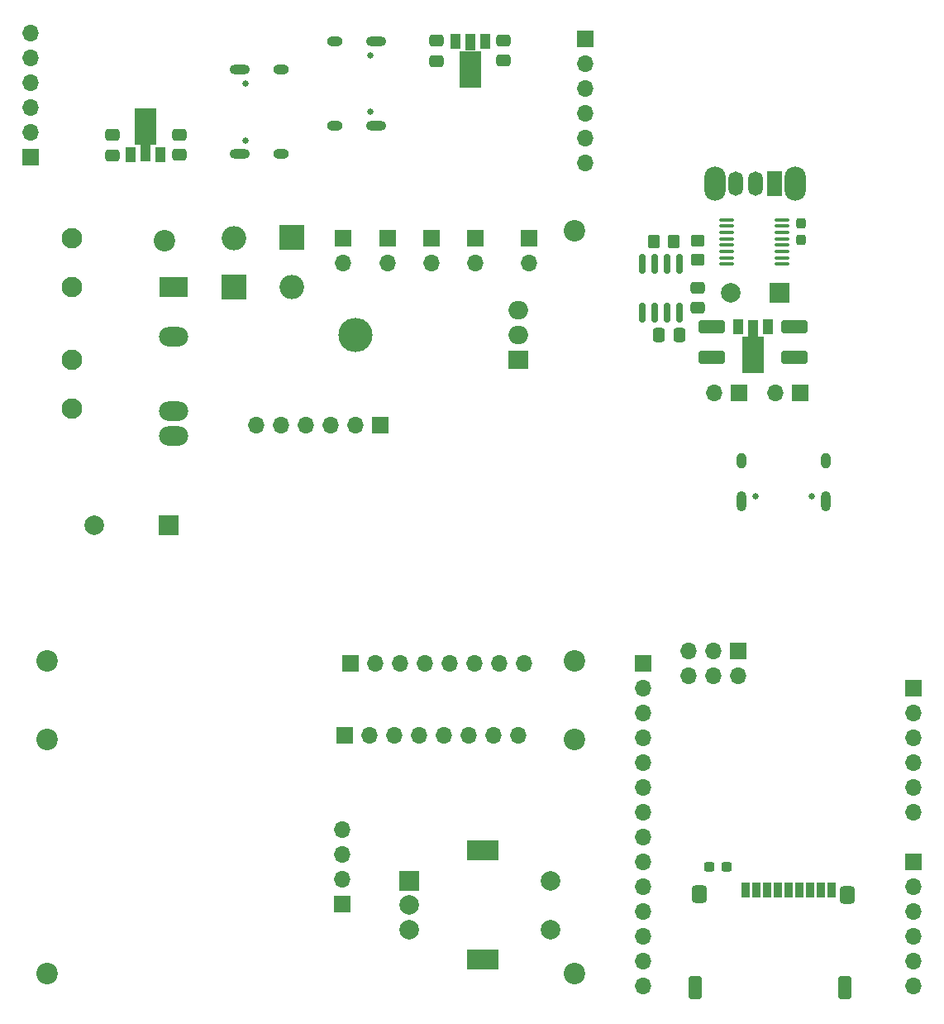
<source format=gbr>
%TF.GenerationSoftware,KiCad,Pcbnew,8.0.3*%
%TF.CreationDate,2024-09-09T16:29:24+03:00*%
%TF.ProjectId,JLC7,4a4c4337-2e6b-4696-9361-645f70636258,rev?*%
%TF.SameCoordinates,Original*%
%TF.FileFunction,Soldermask,Bot*%
%TF.FilePolarity,Negative*%
%FSLAX46Y46*%
G04 Gerber Fmt 4.6, Leading zero omitted, Abs format (unit mm)*
G04 Created by KiCad (PCBNEW 8.0.3) date 2024-09-09 16:29:24*
%MOMM*%
%LPD*%
G01*
G04 APERTURE LIST*
G04 Aperture macros list*
%AMRoundRect*
0 Rectangle with rounded corners*
0 $1 Rounding radius*
0 $2 $3 $4 $5 $6 $7 $8 $9 X,Y pos of 4 corners*
0 Add a 4 corners polygon primitive as box body*
4,1,4,$2,$3,$4,$5,$6,$7,$8,$9,$2,$3,0*
0 Add four circle primitives for the rounded corners*
1,1,$1+$1,$2,$3*
1,1,$1+$1,$4,$5*
1,1,$1+$1,$6,$7*
1,1,$1+$1,$8,$9*
0 Add four rect primitives between the rounded corners*
20,1,$1+$1,$2,$3,$4,$5,0*
20,1,$1+$1,$4,$5,$6,$7,0*
20,1,$1+$1,$6,$7,$8,$9,0*
20,1,$1+$1,$8,$9,$2,$3,0*%
G04 Aperture macros list end*
%ADD10R,1.700000X1.700000*%
%ADD11O,1.700000X1.700000*%
%ADD12C,2.200000*%
%ADD13R,2.500000X2.500000*%
%ADD14O,2.500000X2.500000*%
%ADD15R,2.000000X2.000000*%
%ADD16C,2.000000*%
%ADD17O,3.500000X3.500000*%
%ADD18R,2.000000X1.905000*%
%ADD19O,2.000000X1.905000*%
%ADD20C,0.650000*%
%ADD21O,1.000000X2.100000*%
%ADD22O,1.000000X1.600000*%
%ADD23R,3.000000X2.000000*%
%ADD24O,3.000000X2.000000*%
%ADD25R,3.200000X2.000000*%
%ADD26C,2.100000*%
%ADD27O,2.200000X3.500000*%
%ADD28R,1.500000X2.500000*%
%ADD29O,1.500000X2.500000*%
%ADD30O,2.100000X1.000000*%
%ADD31O,1.600000X1.000000*%
%ADD32RoundRect,0.225000X0.225000X0.575000X-0.225000X0.575000X-0.225000X-0.575000X0.225000X-0.575000X0*%
%ADD33RoundRect,0.250000X0.337500X0.475000X-0.337500X0.475000X-0.337500X-0.475000X0.337500X-0.475000X0*%
%ADD34RoundRect,0.250000X0.475000X-0.337500X0.475000X0.337500X-0.475000X0.337500X-0.475000X-0.337500X0*%
%ADD35RoundRect,0.100000X-0.637500X-0.100000X0.637500X-0.100000X0.637500X0.100000X-0.637500X0.100000X0*%
%ADD36R,1.000000X1.500000*%
%ADD37R,1.000000X1.800000*%
%ADD38R,2.200000X3.700000*%
%ADD39RoundRect,0.400000X-0.400000X0.500000X-0.400000X-0.500000X0.400000X-0.500000X0.400000X0.500000X0*%
%ADD40RoundRect,0.350000X0.350000X-0.850000X0.350000X0.850000X-0.350000X0.850000X-0.350000X-0.850000X0*%
%ADD41RoundRect,0.250000X-1.100000X0.412500X-1.100000X-0.412500X1.100000X-0.412500X1.100000X0.412500X0*%
%ADD42RoundRect,0.250000X0.350000X0.450000X-0.350000X0.450000X-0.350000X-0.450000X0.350000X-0.450000X0*%
%ADD43RoundRect,0.250000X-0.475000X0.337500X-0.475000X-0.337500X0.475000X-0.337500X0.475000X0.337500X0*%
%ADD44RoundRect,0.250000X0.450000X-0.350000X0.450000X0.350000X-0.450000X0.350000X-0.450000X-0.350000X0*%
%ADD45RoundRect,0.237500X0.237500X-0.300000X0.237500X0.300000X-0.237500X0.300000X-0.237500X-0.300000X0*%
%ADD46RoundRect,0.400000X0.400000X-0.500000X0.400000X0.500000X-0.400000X0.500000X-0.400000X-0.500000X0*%
%ADD47RoundRect,0.237500X0.300000X0.237500X-0.300000X0.237500X-0.300000X-0.237500X0.300000X-0.237500X0*%
%ADD48RoundRect,0.150000X0.150000X-0.825000X0.150000X0.825000X-0.150000X0.825000X-0.150000X-0.825000X0*%
%ADD49RoundRect,0.225000X-0.225000X-0.575000X0.225000X-0.575000X0.225000X0.575000X-0.225000X0.575000X0*%
G04 APERTURE END LIST*
D10*
%TO.C,FAN2*%
X96255000Y-70975000D03*
D11*
X96255000Y-73515000D03*
%TD*%
D10*
%TO.C,J6*%
X132220000Y-86852500D03*
D11*
X129680000Y-86852500D03*
%TD*%
D12*
%TO.C,REF\u002A\u002A*%
X115326320Y-146281180D03*
%TD*%
D10*
%TO.C,J6*%
X150095000Y-117002506D03*
D11*
X150095000Y-119542506D03*
X150095000Y-122082506D03*
X150095000Y-124622506D03*
X150095000Y-127162506D03*
X150095000Y-129702506D03*
%TD*%
D12*
%TO.C,REF\u002A\u002A*%
X115355000Y-114215000D03*
%TD*%
D13*
%TO.C,J2*%
X86405000Y-70940000D03*
D14*
X86405000Y-75940000D03*
%TD*%
D10*
%TO.C,J3*%
X95465302Y-90120300D03*
D11*
X92925302Y-90120300D03*
X90385302Y-90120300D03*
X87845302Y-90120300D03*
X85305302Y-90120300D03*
X82765302Y-90120300D03*
%TD*%
D12*
%TO.C,REF\u002A\u002A*%
X73350000Y-71225000D03*
%TD*%
%TO.C,REF\u002A\u002A*%
X61326320Y-146281180D03*
%TD*%
D10*
%TO.C,J5*%
X132105000Y-113242506D03*
D11*
X132105000Y-115782506D03*
X129565000Y-113242506D03*
X129565000Y-115782506D03*
X127025000Y-113242506D03*
X127025000Y-115782506D03*
%TD*%
D10*
%TO.C,REF\u002A\u002A*%
X91776320Y-121906180D03*
D11*
X94316320Y-121906180D03*
X96856320Y-121906180D03*
X99396320Y-121906180D03*
X101936320Y-121906180D03*
X104476320Y-121906180D03*
X107016320Y-121906180D03*
X109556320Y-121906180D03*
%TD*%
D12*
%TO.C,REF\u002A\u002A*%
X61326320Y-122281180D03*
%TD*%
D10*
%TO.C,FAN4*%
X105155000Y-70950000D03*
D11*
X105155000Y-73490000D03*
%TD*%
D12*
%TO.C,REF\u002A\u002A*%
X61355000Y-114215000D03*
%TD*%
D10*
%TO.C,J4*%
X59665000Y-62652500D03*
D11*
X59665000Y-60112500D03*
X59665000Y-57572500D03*
X59665000Y-55032500D03*
X59665000Y-52492500D03*
X59665000Y-49952500D03*
%TD*%
D15*
%TO.C,LS1*%
X136357677Y-76612500D03*
D16*
X131357677Y-76612500D03*
%TD*%
D10*
%TO.C,FAN3*%
X100730000Y-70950000D03*
D11*
X100730000Y-73490000D03*
%TD*%
D10*
%TO.C,TH1*%
X110730000Y-70950000D03*
D11*
X110730000Y-73490000D03*
%TD*%
D17*
%TO.C,Q1*%
X92920000Y-80900000D03*
D18*
X109580000Y-83440000D03*
D19*
X109580000Y-80900000D03*
X109580000Y-78360000D03*
%TD*%
D10*
%TO.C,REF\u002A\u002A*%
X92405000Y-114540000D03*
D11*
X94945000Y-114540000D03*
X97485000Y-114540000D03*
X100025000Y-114540000D03*
X102565000Y-114540000D03*
X105105000Y-114540000D03*
X107645000Y-114540000D03*
X110185000Y-114540000D03*
%TD*%
D13*
%TO.C,J4*%
X80455000Y-75990000D03*
D14*
X80455000Y-70990000D03*
%TD*%
D20*
%TO.C,J1*%
X139645000Y-97412506D03*
X133865000Y-97412506D03*
D21*
X141075000Y-97942506D03*
D22*
X141075000Y-93762506D03*
D21*
X132435000Y-97942506D03*
D22*
X132435000Y-93762506D03*
%TD*%
D10*
%TO.C,J1*%
X138450000Y-86832500D03*
D11*
X135910000Y-86832500D03*
%TD*%
D23*
%TO.C,U2*%
X74305000Y-75985000D03*
D24*
X74305000Y-81065000D03*
X74305000Y-88685000D03*
X74305000Y-91225000D03*
%TD*%
D10*
%TO.C,J4*%
X122345000Y-114482506D03*
D11*
X122345000Y-117022506D03*
X122345000Y-119562506D03*
X122345000Y-122102506D03*
X122345000Y-124642506D03*
X122345000Y-127182506D03*
X122345000Y-129722506D03*
X122345000Y-132262506D03*
X122345000Y-134802506D03*
X122345000Y-137342506D03*
X122345000Y-139882506D03*
X122345000Y-142422506D03*
X122345000Y-144962506D03*
X122345000Y-147502506D03*
%TD*%
D10*
%TO.C,J4*%
X116420000Y-50585000D03*
D11*
X116420000Y-53125000D03*
X116420000Y-55665000D03*
X116420000Y-58205000D03*
X116420000Y-60745000D03*
X116420000Y-63285000D03*
%TD*%
D10*
%TO.C,FAN1*%
X91680000Y-70975000D03*
D11*
X91680000Y-73515000D03*
%TD*%
D15*
%TO.C,SW3*%
X98426320Y-136756180D03*
D16*
X98426320Y-141756180D03*
X98426320Y-139256180D03*
D25*
X105926320Y-133656180D03*
X105926320Y-144856180D03*
D16*
X112926320Y-141756180D03*
X112926320Y-136756180D03*
%TD*%
D26*
%TO.C,J6*%
X63905000Y-71015000D03*
X63905000Y-76015000D03*
%TD*%
D15*
%TO.C,BZ1*%
X73755000Y-100390000D03*
D16*
X66155000Y-100390000D03*
%TD*%
D10*
%TO.C,U3*%
X91551320Y-139171180D03*
D11*
X91551320Y-136631180D03*
X91551320Y-134091180D03*
X91551320Y-131551180D03*
%TD*%
D26*
%TO.C,J1*%
X63880000Y-83465000D03*
X63880000Y-88465000D03*
%TD*%
D10*
%TO.C,J7*%
X150105000Y-134782506D03*
D11*
X150105000Y-137322506D03*
X150105000Y-139862506D03*
X150105000Y-142402506D03*
X150105000Y-144942506D03*
X150105000Y-147482506D03*
%TD*%
D27*
%TO.C,SW1*%
X137970000Y-65412500D03*
X129770000Y-65412500D03*
D28*
X135870000Y-65412500D03*
D29*
X133870000Y-65412500D03*
X131870000Y-65412500D03*
%TD*%
D12*
%TO.C,REF\u002A\u002A*%
X115326320Y-122281180D03*
%TD*%
D20*
%TO.C,J2*%
X81620000Y-60952500D03*
X81620000Y-55172500D03*
D30*
X81090000Y-62382500D03*
D31*
X85270000Y-62382500D03*
D30*
X81090000Y-53742500D03*
D31*
X85270000Y-53742500D03*
%TD*%
D12*
%TO.C,REF\u002A\u002A*%
X115355000Y-70240000D03*
%TD*%
D20*
%TO.C,J2*%
X94465000Y-52285000D03*
X94465000Y-58065000D03*
D30*
X94995000Y-50855000D03*
D31*
X90815000Y-50855000D03*
D30*
X94995000Y-59495000D03*
D31*
X90815000Y-59495000D03*
%TD*%
D32*
%TO.C,*%
X137305000Y-137672506D03*
%TD*%
D33*
%TO.C,C4*%
X126072500Y-80877500D03*
X123997500Y-80877500D03*
%TD*%
D34*
%TO.C,C1*%
X108055000Y-52815000D03*
X108055000Y-50740000D03*
%TD*%
D35*
%TO.C,U1*%
X130910000Y-73632500D03*
X130910000Y-72982500D03*
X130910000Y-72332500D03*
X130910000Y-71682500D03*
X130910000Y-71032500D03*
X130910000Y-70382500D03*
X130910000Y-69732500D03*
X130910000Y-69082500D03*
X136635000Y-69082500D03*
X136635000Y-69732500D03*
X136635000Y-70382500D03*
X136635000Y-71032500D03*
X136635000Y-71682500D03*
X136635000Y-72332500D03*
X136635000Y-72982500D03*
X136635000Y-73632500D03*
%TD*%
D36*
%TO.C,U1*%
X72905000Y-62435000D03*
D37*
X71405000Y-62285000D03*
D38*
X71405000Y-59535000D03*
D36*
X69905000Y-62435000D03*
%TD*%
D39*
%TO.C,*%
X143255000Y-138222506D03*
%TD*%
D40*
%TO.C,*%
X127705000Y-147702506D03*
%TD*%
D36*
%TO.C,U2*%
X132160000Y-80022500D03*
D37*
X133660000Y-80172500D03*
D38*
X133660000Y-82922500D03*
D36*
X135160000Y-80022500D03*
%TD*%
%TO.C,U1*%
X103180000Y-50802500D03*
D37*
X104680000Y-50952500D03*
D38*
X104680000Y-53702500D03*
D36*
X106180000Y-50802500D03*
%TD*%
D41*
%TO.C,C3*%
X129430000Y-80037500D03*
X129430000Y-83162500D03*
%TD*%
D32*
%TO.C,REF\u002A\u002A*%
X132905000Y-137672506D03*
%TD*%
%TO.C,*%
X140605000Y-137672506D03*
%TD*%
%TO.C,*%
X139505000Y-137672506D03*
%TD*%
D42*
%TO.C,R1*%
X125520000Y-71332500D03*
X123520000Y-71332500D03*
%TD*%
D43*
%TO.C,C2*%
X74855000Y-60372500D03*
X74855000Y-62447500D03*
%TD*%
D44*
%TO.C,R2*%
X127990000Y-73222500D03*
X127990000Y-71222500D03*
%TD*%
D45*
%TO.C,C1*%
X138562500Y-71170000D03*
X138562500Y-69445000D03*
%TD*%
D34*
%TO.C,C2*%
X101230000Y-52865000D03*
X101230000Y-50790000D03*
%TD*%
D32*
%TO.C,*%
X134005000Y-137672506D03*
%TD*%
D43*
%TO.C,C1*%
X68030000Y-60422500D03*
X68030000Y-62497500D03*
%TD*%
D46*
%TO.C,*%
X128105000Y-138092506D03*
%TD*%
D47*
%TO.C,C12*%
X130897500Y-135322506D03*
X129172500Y-135322506D03*
%TD*%
D41*
%TO.C,C2*%
X137910000Y-80037500D03*
X137910000Y-83162500D03*
%TD*%
D32*
%TO.C,*%
X136205000Y-137672506D03*
%TD*%
D48*
%TO.C,U3*%
X126065000Y-78567500D03*
X124795000Y-78567500D03*
X123525000Y-78567500D03*
X122255000Y-78567500D03*
X122255000Y-73617500D03*
X123525000Y-73617500D03*
X124795000Y-73617500D03*
X126065000Y-73617500D03*
%TD*%
D32*
%TO.C,*%
X135105000Y-137672506D03*
%TD*%
D49*
%TO.C,*%
X138405000Y-137672506D03*
%TD*%
D40*
%TO.C,*%
X143005000Y-147722506D03*
%TD*%
D34*
%TO.C,C5*%
X128000000Y-78110000D03*
X128000000Y-76035000D03*
%TD*%
D32*
%TO.C,*%
X141705000Y-137672506D03*
%TD*%
M02*

</source>
